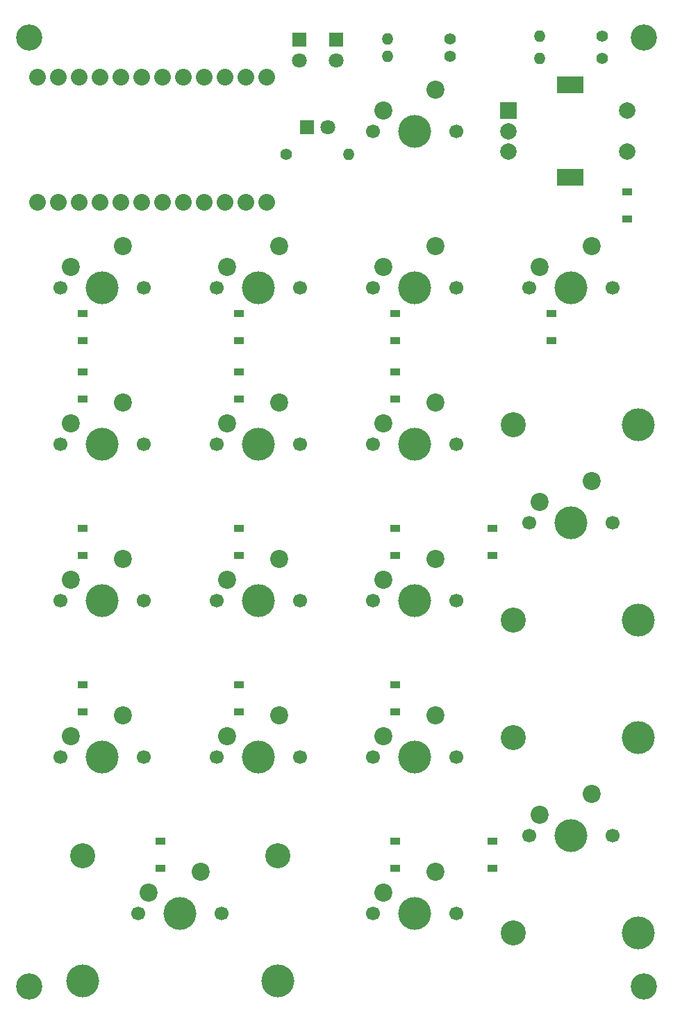
<source format=gbr>
%TF.GenerationSoftware,KiCad,Pcbnew,5.1.9-73d0e3b20d~88~ubuntu20.04.1*%
%TF.CreationDate,2021-03-20T19:20:58-05:00*%
%TF.ProjectId,KeypadMacropad1,4b657970-6164-44d6-9163-726f70616431,rev?*%
%TF.SameCoordinates,Original*%
%TF.FileFunction,Soldermask,Bot*%
%TF.FilePolarity,Negative*%
%FSLAX46Y46*%
G04 Gerber Fmt 4.6, Leading zero omitted, Abs format (unit mm)*
G04 Created by KiCad (PCBNEW 5.1.9-73d0e3b20d~88~ubuntu20.04.1) date 2021-03-20 19:20:58*
%MOMM*%
%LPD*%
G01*
G04 APERTURE LIST*
%ADD10C,1.700000*%
%ADD11C,4.000000*%
%ADD12C,2.200000*%
%ADD13C,2.032000*%
%ADD14O,1.400000X1.400000*%
%ADD15C,1.400000*%
%ADD16R,2.000000X2.000000*%
%ADD17C,2.000000*%
%ADD18R,3.200000X2.000000*%
%ADD19C,3.200000*%
%ADD20R,1.200000X0.900000*%
%ADD21R,1.800000X1.800000*%
%ADD22C,1.800000*%
%ADD23C,3.050000*%
G04 APERTURE END LIST*
D10*
%TO.C,SW2*%
X149680000Y-37700000D03*
X139520000Y-37700000D03*
D11*
X144600000Y-37700000D03*
D12*
X140790000Y-35160000D03*
X147140000Y-32620000D03*
%TD*%
D10*
%TO.C,MX1*%
X111580000Y-56750000D03*
X101420000Y-56750000D03*
D11*
X106500000Y-56750000D03*
D12*
X102690000Y-54210000D03*
X109040000Y-51670000D03*
%TD*%
D13*
%TO.C,U1*%
X113866000Y-46336000D03*
X121486000Y-46336000D03*
X118946000Y-46336000D03*
X111326000Y-46336000D03*
X116406000Y-46336000D03*
X98626000Y-46336000D03*
X101166000Y-46336000D03*
X103706000Y-46336000D03*
X106246000Y-46336000D03*
X126566000Y-46336000D03*
X124026000Y-46336000D03*
X108786000Y-46336000D03*
X98626000Y-31096000D03*
X101166000Y-31096000D03*
X103706000Y-31096000D03*
X106246000Y-31096000D03*
X108786000Y-31096000D03*
X111326000Y-31096000D03*
X113866000Y-31096000D03*
X116406000Y-31096000D03*
X118946000Y-31096000D03*
X121486000Y-31096000D03*
X124026000Y-31096000D03*
X126566000Y-31096000D03*
%TD*%
D10*
%TO.C,MX6*%
X130630000Y-56750000D03*
X120470000Y-56750000D03*
D11*
X125550000Y-56750000D03*
D12*
X121740000Y-54210000D03*
X128090000Y-51670000D03*
%TD*%
D14*
%TO.C,R4*%
X141298000Y-26397000D03*
D15*
X148918000Y-26397000D03*
%TD*%
D16*
%TO.C,SW1*%
X156030000Y-35160000D03*
D17*
X156030000Y-37660000D03*
X156030000Y-40160000D03*
D18*
X163530000Y-32060000D03*
X163530000Y-43260000D03*
D17*
X170530000Y-35160000D03*
X170530000Y-40160000D03*
%TD*%
D19*
%TO.C,REF\u002A\u002A*%
X172540000Y-26270000D03*
%TD*%
%TO.C,REF\u002A\u002A*%
X97610000Y-26270000D03*
%TD*%
%TO.C,REF\u002A\u002A*%
X97610000Y-141840000D03*
%TD*%
%TO.C,REF\u002A\u002A*%
X172540000Y-141840000D03*
%TD*%
D10*
%TO.C,MX2*%
X111580000Y-75800000D03*
X101420000Y-75800000D03*
D11*
X106500000Y-75800000D03*
D12*
X102690000Y-73260000D03*
X109040000Y-70720000D03*
%TD*%
D20*
%TO.C,D1*%
X170508000Y-48366000D03*
X170508000Y-45066000D03*
%TD*%
D21*
%TO.C,D20*%
X135049600Y-26549400D03*
D22*
X135049600Y-29089400D03*
%TD*%
D21*
%TO.C,D21*%
X130528400Y-26549400D03*
D22*
X130528400Y-29089400D03*
%TD*%
D14*
%TO.C,R5*%
X141298000Y-28556000D03*
D15*
X148918000Y-28556000D03*
%TD*%
D14*
%TO.C,R3*%
X136599000Y-40494000D03*
D15*
X128979000Y-40494000D03*
%TD*%
D22*
%TO.C,D19*%
X134059000Y-37192000D03*
D21*
X131519000Y-37192000D03*
%TD*%
D14*
%TO.C,R2*%
X159840000Y-28810000D03*
D15*
X167460000Y-28810000D03*
%TD*%
D14*
%TO.C,R1*%
X159840000Y-26075001D03*
D15*
X167460000Y-26075001D03*
%TD*%
D10*
%TO.C,MX8*%
X130630000Y-94850000D03*
X120470000Y-94850000D03*
D11*
X125550000Y-94850000D03*
D12*
X121740000Y-92310000D03*
X128090000Y-89770000D03*
%TD*%
D10*
%TO.C,MX11*%
X149680000Y-75800000D03*
X139520000Y-75800000D03*
D11*
X144600000Y-75800000D03*
D12*
X140790000Y-73260000D03*
X147140000Y-70720000D03*
%TD*%
D10*
%TO.C,MX12*%
X149680000Y-94850000D03*
X139520000Y-94850000D03*
D11*
X144600000Y-94850000D03*
D12*
X140790000Y-92310000D03*
X147140000Y-89770000D03*
%TD*%
D10*
%TO.C,MX9*%
X130630000Y-113900000D03*
X120470000Y-113900000D03*
D11*
X125550000Y-113900000D03*
D12*
X121740000Y-111360000D03*
X128090000Y-108820000D03*
%TD*%
D10*
%TO.C,MX13*%
X149680000Y-113900000D03*
X139520000Y-113900000D03*
D11*
X144600000Y-113900000D03*
D12*
X140790000Y-111360000D03*
X147140000Y-108820000D03*
%TD*%
D10*
%TO.C,MX7*%
X130630000Y-75800000D03*
X120470000Y-75800000D03*
D11*
X125550000Y-75800000D03*
D12*
X121740000Y-73260000D03*
X128090000Y-70720000D03*
%TD*%
D10*
%TO.C,MX10*%
X149680000Y-56750000D03*
X139520000Y-56750000D03*
D11*
X144600000Y-56750000D03*
D12*
X140790000Y-54210000D03*
X147140000Y-51670000D03*
%TD*%
D10*
%TO.C,MX14*%
X149680000Y-132950000D03*
X139520000Y-132950000D03*
D11*
X144600000Y-132950000D03*
D12*
X140790000Y-130410000D03*
X147140000Y-127870000D03*
%TD*%
D20*
%TO.C,D13*%
X142218750Y-89356250D03*
X142218750Y-86056250D03*
%TD*%
%TO.C,D14*%
X142218750Y-108406250D03*
X142218750Y-105106250D03*
%TD*%
%TO.C,D15*%
X142218750Y-127456250D03*
X142218750Y-124156250D03*
%TD*%
%TO.C,D16*%
X161268750Y-59862500D03*
X161268750Y-63162500D03*
%TD*%
%TO.C,D7*%
X123168750Y-59862500D03*
X123168750Y-63162500D03*
%TD*%
%TO.C,D4*%
X104118750Y-89356250D03*
X104118750Y-86056250D03*
%TD*%
%TO.C,D8*%
X123168750Y-70306250D03*
X123168750Y-67006250D03*
%TD*%
%TO.C,D6*%
X113643750Y-127456250D03*
X113643750Y-124156250D03*
%TD*%
%TO.C,D18*%
X154125000Y-127456250D03*
X154125000Y-124156250D03*
%TD*%
D23*
%TO.C,MX16*%
X156650000Y-73425000D03*
X156650000Y-97225000D03*
D11*
X171890000Y-97225000D03*
X171890000Y-73425000D03*
D10*
X168730000Y-85325000D03*
X158570000Y-85325000D03*
D11*
X163650000Y-85325000D03*
D12*
X159840000Y-82785000D03*
X166190000Y-80245000D03*
%TD*%
D10*
%TO.C,MX3*%
X111580000Y-94850000D03*
X101420000Y-94850000D03*
D11*
X106500000Y-94850000D03*
D12*
X102690000Y-92310000D03*
X109040000Y-89770000D03*
%TD*%
D10*
%TO.C,MX4*%
X111580000Y-113900000D03*
X101420000Y-113900000D03*
D11*
X106500000Y-113900000D03*
D12*
X102690000Y-111360000D03*
X109040000Y-108820000D03*
%TD*%
D20*
%TO.C,D5*%
X104118750Y-108406250D03*
X104118750Y-105106250D03*
%TD*%
D23*
%TO.C,MX17*%
X156650000Y-111525000D03*
X156650000Y-135325000D03*
D11*
X171890000Y-135325000D03*
X171890000Y-111525000D03*
D10*
X168730000Y-123425000D03*
X158570000Y-123425000D03*
D11*
X163650000Y-123425000D03*
D12*
X159840000Y-120885000D03*
X166190000Y-118345000D03*
%TD*%
D20*
%TO.C,D17*%
X154125000Y-89356250D03*
X154125000Y-86056250D03*
%TD*%
%TO.C,D3*%
X104118750Y-70306250D03*
X104118750Y-67006250D03*
%TD*%
D23*
%TO.C,MX5*%
X127925000Y-125950000D03*
X104125000Y-125950000D03*
D11*
X104125000Y-141190000D03*
X127925000Y-141190000D03*
D10*
X121105000Y-132950000D03*
X110945000Y-132950000D03*
D11*
X116025000Y-132950000D03*
D12*
X112215000Y-130410000D03*
X118565000Y-127870000D03*
%TD*%
D20*
%TO.C,D11*%
X142218750Y-59862500D03*
X142218750Y-63162500D03*
%TD*%
%TO.C,D12*%
X142218750Y-70306250D03*
X142218750Y-67006250D03*
%TD*%
%TO.C,D9*%
X123168750Y-89356250D03*
X123168750Y-86056250D03*
%TD*%
%TO.C,D10*%
X123168750Y-108406250D03*
X123168750Y-105106250D03*
%TD*%
D10*
%TO.C,MX15*%
X168730000Y-56750000D03*
X158570000Y-56750000D03*
D11*
X163650000Y-56750000D03*
D12*
X159840000Y-54210000D03*
X166190000Y-51670000D03*
%TD*%
D20*
%TO.C,D2*%
X104118750Y-59862500D03*
X104118750Y-63162500D03*
%TD*%
M02*

</source>
